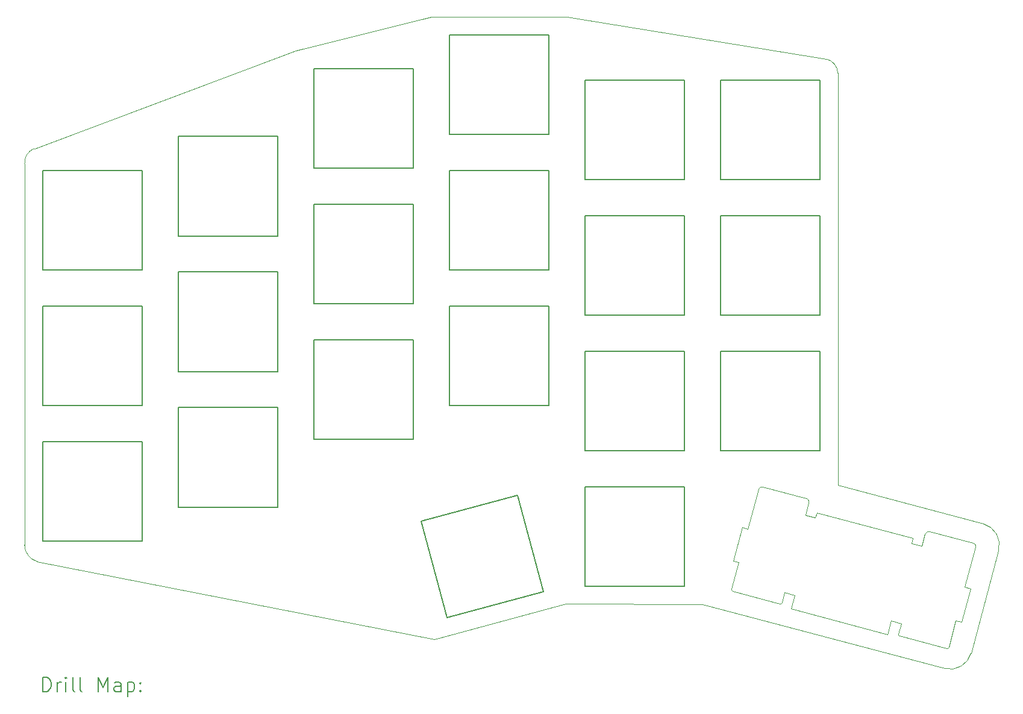
<source format=gbr>
%TF.GenerationSoftware,KiCad,Pcbnew,8.0.4*%
%TF.CreationDate,2024-08-16T14:16:46+09:00*%
%TF.ProjectId,TrueStrike42-top-plate,54727565-5374-4726-996b-6534322d746f,rev?*%
%TF.SameCoordinates,Original*%
%TF.FileFunction,Drillmap*%
%TF.FilePolarity,Positive*%
%FSLAX45Y45*%
G04 Gerber Fmt 4.5, Leading zero omitted, Abs format (unit mm)*
G04 Created by KiCad (PCBNEW 8.0.4) date 2024-08-16 14:16:46*
%MOMM*%
%LPD*%
G01*
G04 APERTURE LIST*
%ADD10C,0.050000*%
%ADD11C,0.150000*%
%ADD12C,0.100000*%
%ADD13C,0.200000*%
G04 APERTURE END LIST*
D10*
X12925824Y-11485742D02*
X14967532Y-12033851D01*
X11024956Y-13163819D02*
X14422718Y-14067125D01*
X15183907Y-12408623D02*
X14797490Y-13850750D01*
X12924185Y-5701887D02*
X12925824Y-11485742D01*
X1497040Y-6979324D02*
G75*
G02*
X1629035Y-6762542I210493J20410D01*
G01*
X1671076Y-12564353D02*
X7254005Y-13656603D01*
X12765622Y-5503709D02*
G75*
G02*
X12924188Y-5701887I-52812J-204781D01*
G01*
X14797490Y-13850750D02*
G75*
G02*
X14422720Y-14067120I-295570J79200D01*
G01*
X7208750Y-4910293D02*
X5307772Y-5388600D01*
X9103753Y-13160964D02*
X11024956Y-13163819D01*
X12765622Y-5503709D02*
X9114170Y-4912198D01*
X1671076Y-12564353D02*
G75*
G02*
X1495399Y-12334346I71224J236493D01*
G01*
X7254005Y-13656603D02*
X9103753Y-13160964D01*
X9114170Y-4912198D02*
X7208750Y-4910293D01*
X5307772Y-5388600D02*
X1629035Y-6762543D01*
X14967532Y-12033851D02*
G75*
G02*
X15183899Y-12408621I-79202J-295569D01*
G01*
X1497040Y-6979324D02*
X1495398Y-12334346D01*
D11*
X5557475Y-5638940D02*
X5557475Y-7038940D01*
X5557475Y-7038940D02*
X6957475Y-7038940D01*
X6957475Y-5638940D02*
X5557475Y-5638940D01*
X6957475Y-5638940D02*
X6957475Y-7038940D01*
X9367476Y-9607690D02*
X9367476Y-11007690D01*
X9367476Y-11007690D02*
X10767476Y-11007690D01*
X10767476Y-9607690D02*
X9367476Y-9607690D01*
X10767476Y-9607690D02*
X10767476Y-11007690D01*
X3652474Y-6591439D02*
X3652474Y-7991439D01*
X3652474Y-7991439D02*
X5052474Y-7991439D01*
X5052474Y-6591439D02*
X3652474Y-6591439D01*
X5052474Y-6591439D02*
X5052474Y-7991439D01*
X7462475Y-7067689D02*
X7462475Y-8467689D01*
X7462475Y-8467689D02*
X8862475Y-8467689D01*
X8862475Y-7067689D02*
X7462475Y-7067689D01*
X8862475Y-7067689D02*
X8862475Y-8467689D01*
X3652475Y-8496440D02*
X3652475Y-9896440D01*
X3652475Y-9896440D02*
X5052475Y-9896440D01*
X5052475Y-8496440D02*
X3652475Y-8496440D01*
X5052475Y-8496440D02*
X5052475Y-9896440D01*
D12*
X11431307Y-12950320D02*
X11531453Y-12576567D01*
X11448983Y-12980939D02*
X11439152Y-12975752D01*
X11432705Y-12967158D01*
X11430450Y-12956558D01*
X11431307Y-12950320D01*
X11450763Y-12554945D02*
X11577327Y-12082600D01*
X11531453Y-12576567D02*
X11450763Y-12554945D01*
X11577327Y-12082600D02*
X11658018Y-12104221D01*
X11658018Y-12104221D02*
X11806978Y-11548294D01*
X11806978Y-11548294D02*
X11810567Y-11538824D01*
X11817351Y-11528632D01*
X11826238Y-11520528D01*
X11836748Y-11514790D01*
X11848399Y-11511696D01*
X11860711Y-11511523D01*
X11868215Y-11512938D01*
X11868215Y-11512938D02*
X12479159Y-11676640D01*
X12108222Y-13157581D02*
X11448983Y-12980939D01*
X12138842Y-13139903D02*
X12133655Y-13149734D01*
X12125061Y-13156182D01*
X12114461Y-13158438D01*
X12108222Y-13157581D01*
X12176606Y-12998964D02*
X12138842Y-13139903D01*
X12266187Y-13228057D02*
X12317459Y-13036706D01*
X12317459Y-13036706D02*
X12176606Y-12998964D01*
X12468317Y-11910282D02*
X12609171Y-11948024D01*
X12479159Y-11676640D02*
X12488629Y-11680229D01*
X12498820Y-11687013D01*
X12506924Y-11695900D01*
X12512661Y-11706410D01*
X12515755Y-11718061D01*
X12515927Y-11730374D01*
X12514513Y-11737878D01*
X12514513Y-11737878D02*
X12468317Y-11910282D01*
X12609171Y-11948024D02*
X12628533Y-11875763D01*
X12628533Y-11875763D02*
X13980828Y-12238109D01*
X13618482Y-13590404D02*
X12266187Y-13228057D01*
X13669754Y-13399052D02*
X13618482Y-13590404D01*
X13774753Y-13578244D02*
X13812517Y-13437305D01*
X13792431Y-13608864D02*
X13782599Y-13603677D01*
X13776151Y-13595082D01*
X13773896Y-13584483D01*
X13774753Y-13578244D01*
X13812517Y-13437305D02*
X13669754Y-13399052D01*
X13961466Y-12310370D02*
X14104229Y-12348623D01*
X13980828Y-12238109D02*
X13961466Y-12310370D01*
X14104229Y-12348623D02*
X14150424Y-12176219D01*
X14150424Y-12176219D02*
X14154014Y-12166748D01*
X14160797Y-12156556D01*
X14169685Y-12148452D01*
X14180194Y-12142715D01*
X14191846Y-12139621D01*
X14204157Y-12139448D01*
X14211661Y-12140862D01*
X14211661Y-12140862D02*
X14821679Y-12304316D01*
X14450744Y-13785258D02*
X13792431Y-13608864D01*
X14481364Y-13767580D02*
X14476177Y-13777411D01*
X14467583Y-13783859D01*
X14456983Y-13786115D01*
X14450744Y-13785258D01*
X14581511Y-13393827D02*
X14481364Y-13767580D01*
X14662200Y-13415447D02*
X14581511Y-13393827D01*
X14708075Y-12921482D02*
X14788764Y-12943102D01*
X14788764Y-12943102D02*
X14662200Y-13415447D01*
X14821679Y-12304316D02*
X14831150Y-12307905D01*
X14841342Y-12314689D01*
X14849446Y-12323577D01*
X14855183Y-12334087D01*
X14858277Y-12345738D01*
X14858450Y-12358050D01*
X14857036Y-12365555D01*
X14857036Y-12365555D02*
X14708075Y-12921482D01*
D11*
X9367475Y-11512690D02*
X9367475Y-12912690D01*
X9367475Y-12912690D02*
X10767475Y-12912690D01*
X10767475Y-11512690D02*
X9367475Y-11512690D01*
X10767475Y-11512690D02*
X10767475Y-12912690D01*
X1747475Y-8972690D02*
X1747475Y-10372690D01*
X1747475Y-10372690D02*
X3147475Y-10372690D01*
X3147475Y-8972690D02*
X1747475Y-8972690D01*
X3147475Y-8972690D02*
X3147475Y-10372690D01*
X9367476Y-5797690D02*
X9367476Y-7197690D01*
X9367476Y-7197690D02*
X10767476Y-7197690D01*
X10767476Y-5797690D02*
X9367476Y-5797690D01*
X10767476Y-5797690D02*
X10767476Y-7197690D01*
X5557476Y-9448940D02*
X5557476Y-10848940D01*
X5557476Y-10848940D02*
X6957476Y-10848940D01*
X6957476Y-9448940D02*
X5557476Y-9448940D01*
X6957476Y-9448940D02*
X6957476Y-10848940D01*
X11272476Y-7702691D02*
X11272476Y-9102691D01*
X11272476Y-9102691D02*
X12672476Y-9102691D01*
X12672476Y-7702691D02*
X11272476Y-7702691D01*
X12672476Y-7702691D02*
X12672476Y-9102691D01*
X1747475Y-7067689D02*
X1747475Y-8467689D01*
X1747475Y-8467689D02*
X3147475Y-8467689D01*
X3147475Y-7067689D02*
X1747475Y-7067689D01*
X3147475Y-7067689D02*
X3147475Y-8467689D01*
X1747475Y-10877690D02*
X1747475Y-12277690D01*
X1747475Y-12277690D02*
X3147475Y-12277690D01*
X3147475Y-10877690D02*
X1747475Y-10877690D01*
X3147475Y-10877690D02*
X3147475Y-12277690D01*
X5557475Y-7543941D02*
X5557475Y-8943941D01*
X5557475Y-8943941D02*
X6957475Y-8943941D01*
X6957475Y-7543941D02*
X5557475Y-7543941D01*
X6957475Y-7543941D02*
X6957475Y-8943941D01*
X7462476Y-8972690D02*
X7462476Y-10372690D01*
X7462476Y-10372690D02*
X8862476Y-10372690D01*
X8862476Y-8972690D02*
X7462476Y-8972690D01*
X8862476Y-8972690D02*
X8862476Y-10372690D01*
X3652474Y-10401440D02*
X3652474Y-11801440D01*
X3652474Y-11801440D02*
X5052475Y-11801440D01*
X5052475Y-10401440D02*
X3652474Y-10401440D01*
X5052475Y-10401440D02*
X5052475Y-11801440D01*
X7069471Y-11997843D02*
X7431818Y-13350139D01*
X7431818Y-13350139D02*
X8784114Y-12987792D01*
X8421767Y-11635496D02*
X7069471Y-11997843D01*
X8421767Y-11635496D02*
X8784114Y-12987792D01*
X11272475Y-9607689D02*
X11272475Y-11007689D01*
X11272475Y-11007689D02*
X12672475Y-11007689D01*
X12672475Y-9607689D02*
X11272475Y-9607689D01*
X12672475Y-9607689D02*
X12672475Y-11007689D01*
X9367475Y-7702689D02*
X9367475Y-9102690D01*
X9367475Y-9102690D02*
X10767475Y-9102690D01*
X10767475Y-7702689D02*
X9367475Y-7702689D01*
X10767475Y-7702689D02*
X10767475Y-9102690D01*
X7462474Y-5162689D02*
X7462474Y-6562689D01*
X7462474Y-6562689D02*
X8862474Y-6562689D01*
X8862474Y-5162689D02*
X7462474Y-5162689D01*
X8862474Y-5162689D02*
X8862474Y-6562689D01*
X11272475Y-5797691D02*
X11272475Y-7197691D01*
X11272475Y-7197691D02*
X12672475Y-7197691D01*
X12672475Y-5797691D02*
X11272475Y-5797691D01*
X12672475Y-5797691D02*
X12672475Y-7197691D01*
D13*
X1753675Y-14391531D02*
X1753675Y-14191531D01*
X1753675Y-14191531D02*
X1801294Y-14191531D01*
X1801294Y-14191531D02*
X1829866Y-14201055D01*
X1829866Y-14201055D02*
X1848913Y-14220103D01*
X1848913Y-14220103D02*
X1858437Y-14239150D01*
X1858437Y-14239150D02*
X1867961Y-14277246D01*
X1867961Y-14277246D02*
X1867961Y-14305817D01*
X1867961Y-14305817D02*
X1858437Y-14343912D01*
X1858437Y-14343912D02*
X1848913Y-14362960D01*
X1848913Y-14362960D02*
X1829866Y-14382008D01*
X1829866Y-14382008D02*
X1801294Y-14391531D01*
X1801294Y-14391531D02*
X1753675Y-14391531D01*
X1953675Y-14391531D02*
X1953675Y-14258198D01*
X1953675Y-14296293D02*
X1963199Y-14277246D01*
X1963199Y-14277246D02*
X1972723Y-14267722D01*
X1972723Y-14267722D02*
X1991770Y-14258198D01*
X1991770Y-14258198D02*
X2010818Y-14258198D01*
X2077485Y-14391531D02*
X2077485Y-14258198D01*
X2077485Y-14191531D02*
X2067961Y-14201055D01*
X2067961Y-14201055D02*
X2077485Y-14210579D01*
X2077485Y-14210579D02*
X2087008Y-14201055D01*
X2087008Y-14201055D02*
X2077485Y-14191531D01*
X2077485Y-14191531D02*
X2077485Y-14210579D01*
X2201294Y-14391531D02*
X2182247Y-14382008D01*
X2182247Y-14382008D02*
X2172723Y-14362960D01*
X2172723Y-14362960D02*
X2172723Y-14191531D01*
X2306056Y-14391531D02*
X2287008Y-14382008D01*
X2287008Y-14382008D02*
X2277485Y-14362960D01*
X2277485Y-14362960D02*
X2277485Y-14191531D01*
X2534628Y-14391531D02*
X2534628Y-14191531D01*
X2534628Y-14191531D02*
X2601294Y-14334388D01*
X2601294Y-14334388D02*
X2667961Y-14191531D01*
X2667961Y-14191531D02*
X2667961Y-14391531D01*
X2848913Y-14391531D02*
X2848913Y-14286769D01*
X2848913Y-14286769D02*
X2839389Y-14267722D01*
X2839389Y-14267722D02*
X2820342Y-14258198D01*
X2820342Y-14258198D02*
X2782247Y-14258198D01*
X2782247Y-14258198D02*
X2763199Y-14267722D01*
X2848913Y-14382008D02*
X2829866Y-14391531D01*
X2829866Y-14391531D02*
X2782247Y-14391531D01*
X2782247Y-14391531D02*
X2763199Y-14382008D01*
X2763199Y-14382008D02*
X2753675Y-14362960D01*
X2753675Y-14362960D02*
X2753675Y-14343912D01*
X2753675Y-14343912D02*
X2763199Y-14324865D01*
X2763199Y-14324865D02*
X2782247Y-14315341D01*
X2782247Y-14315341D02*
X2829866Y-14315341D01*
X2829866Y-14315341D02*
X2848913Y-14305817D01*
X2944151Y-14258198D02*
X2944151Y-14458198D01*
X2944151Y-14267722D02*
X2963199Y-14258198D01*
X2963199Y-14258198D02*
X3001294Y-14258198D01*
X3001294Y-14258198D02*
X3020342Y-14267722D01*
X3020342Y-14267722D02*
X3029866Y-14277246D01*
X3029866Y-14277246D02*
X3039389Y-14296293D01*
X3039389Y-14296293D02*
X3039389Y-14353436D01*
X3039389Y-14353436D02*
X3029866Y-14372484D01*
X3029866Y-14372484D02*
X3020342Y-14382008D01*
X3020342Y-14382008D02*
X3001294Y-14391531D01*
X3001294Y-14391531D02*
X2963199Y-14391531D01*
X2963199Y-14391531D02*
X2944151Y-14382008D01*
X3125104Y-14372484D02*
X3134627Y-14382008D01*
X3134627Y-14382008D02*
X3125104Y-14391531D01*
X3125104Y-14391531D02*
X3115580Y-14382008D01*
X3115580Y-14382008D02*
X3125104Y-14372484D01*
X3125104Y-14372484D02*
X3125104Y-14391531D01*
X3125104Y-14267722D02*
X3134627Y-14277246D01*
X3134627Y-14277246D02*
X3125104Y-14286769D01*
X3125104Y-14286769D02*
X3115580Y-14277246D01*
X3115580Y-14277246D02*
X3125104Y-14267722D01*
X3125104Y-14267722D02*
X3125104Y-14286769D01*
M02*

</source>
